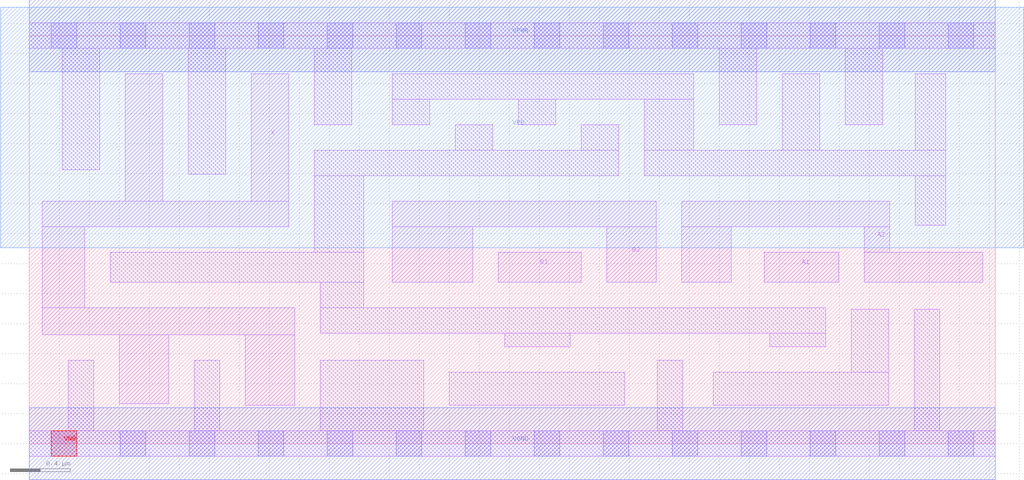
<source format=lef>
# Copyright 2020 The SkyWater PDK Authors
#
# Licensed under the Apache License, Version 2.0 (the "License");
# you may not use this file except in compliance with the License.
# You may obtain a copy of the License at
#
#     https://www.apache.org/licenses/LICENSE-2.0
#
# Unless required by applicable law or agreed to in writing, software
# distributed under the License is distributed on an "AS IS" BASIS,
# WITHOUT WARRANTIES OR CONDITIONS OF ANY KIND, either express or implied.
# See the License for the specific language governing permissions and
# limitations under the License.
#
# SPDX-License-Identifier: Apache-2.0

VERSION 5.7 ;
  NOWIREEXTENSIONATPIN ON ;
  DIVIDERCHAR "/" ;
  BUSBITCHARS "[]" ;
MACRO sky130_fd_sc_hd__a22o_4
  CLASS CORE ;
  FOREIGN sky130_fd_sc_hd__a22o_4 ;
  ORIGIN  0.000000  0.000000 ;
  SIZE  6.440000 BY  2.720000 ;
  SYMMETRY X Y R90 ;
  SITE unithd ;
  PIN A1
    ANTENNAGATEAREA  0.495000 ;
    DIRECTION INPUT ;
    USE SIGNAL ;
    PORT
      LAYER li1 ;
        RECT 4.900000 1.075000 5.395000 1.275000 ;
    END
  END A1
  PIN A2
    ANTENNAGATEAREA  0.495000 ;
    DIRECTION INPUT ;
    USE SIGNAL ;
    PORT
      LAYER li1 ;
        RECT 4.350000 1.075000 4.680000 1.445000 ;
        RECT 4.350000 1.445000 5.735000 1.615000 ;
        RECT 5.565000 1.075000 6.355000 1.275000 ;
        RECT 5.565000 1.275000 5.735000 1.445000 ;
    END
  END A2
  PIN B1
    ANTENNAGATEAREA  0.495000 ;
    DIRECTION INPUT ;
    USE SIGNAL ;
    PORT
      LAYER li1 ;
        RECT 3.125000 1.075000 3.680000 1.275000 ;
    END
  END B1
  PIN B2
    ANTENNAGATEAREA  0.495000 ;
    DIRECTION INPUT ;
    USE SIGNAL ;
    PORT
      LAYER li1 ;
        RECT 2.420000 1.075000 2.955000 1.445000 ;
        RECT 2.420000 1.445000 4.180000 1.615000 ;
        RECT 3.850000 1.075000 4.180000 1.445000 ;
    END
  END B2
  PIN X
    ANTENNADIFFAREA  0.891000 ;
    DIRECTION OUTPUT ;
    USE SIGNAL ;
    PORT
      LAYER li1 ;
        RECT 0.085000 0.725000 1.770000 0.905000 ;
        RECT 0.085000 0.905000 0.370000 1.445000 ;
        RECT 0.085000 1.445000 1.730000 1.615000 ;
        RECT 0.600000 0.265000 0.930000 0.725000 ;
        RECT 0.640000 1.615000 0.890000 2.465000 ;
        RECT 1.440000 0.255000 1.770000 0.725000 ;
        RECT 1.480000 1.615000 1.730000 2.465000 ;
    END
  END X
  PIN VGND
    DIRECTION INOUT ;
    SHAPE ABUTMENT ;
    USE GROUND ;
    PORT
      LAYER met1 ;
        RECT 0.000000 -0.240000 6.440000 0.240000 ;
    END
  END VGND
  PIN VNB
    DIRECTION INOUT ;
    USE GROUND ;
    PORT
      LAYER pwell ;
        RECT 0.145000 -0.085000 0.315000 0.085000 ;
    END
  END VNB
  PIN VPB
    DIRECTION INOUT ;
    USE POWER ;
    PORT
      LAYER nwell ;
        RECT -0.190000 1.305000 6.630000 2.910000 ;
    END
  END VPB
  PIN VPWR
    DIRECTION INOUT ;
    SHAPE ABUTMENT ;
    USE POWER ;
    PORT
      LAYER met1 ;
        RECT 0.000000 2.480000 6.440000 2.960000 ;
    END
  END VPWR
  OBS
    LAYER li1 ;
      RECT 0.000000 -0.085000 6.440000 0.085000 ;
      RECT 0.000000  2.635000 6.440000 2.805000 ;
      RECT 0.220000  1.825000 0.470000 2.635000 ;
      RECT 0.260000  0.085000 0.430000 0.555000 ;
      RECT 0.540000  1.075000 2.230000 1.275000 ;
      RECT 1.060000  1.795000 1.310000 2.635000 ;
      RECT 1.100000  0.085000 1.270000 0.555000 ;
      RECT 1.900000  1.275000 2.230000 1.785000 ;
      RECT 1.900000  1.785000 3.930000 1.955000 ;
      RECT 1.900000  2.125000 2.150000 2.635000 ;
      RECT 1.940000  0.085000 2.630000 0.555000 ;
      RECT 1.940000  0.735000 5.310000 0.905000 ;
      RECT 1.940000  0.905000 2.230000 1.075000 ;
      RECT 2.420000  2.125000 2.670000 2.295000 ;
      RECT 2.420000  2.295000 4.430000 2.465000 ;
      RECT 2.800000  0.255000 3.970000 0.475000 ;
      RECT 2.840000  1.955000 3.090000 2.125000 ;
      RECT 3.170000  0.645000 3.605000 0.735000 ;
      RECT 3.260000  2.125000 3.510000 2.295000 ;
      RECT 3.680000  1.955000 3.930000 2.125000 ;
      RECT 4.100000  1.785000 6.110000 1.955000 ;
      RECT 4.100000  1.955000 4.430000 2.295000 ;
      RECT 4.185000  0.085000 4.355000 0.555000 ;
      RECT 4.560000  0.255000 5.730000 0.475000 ;
      RECT 4.600000  2.125000 4.850000 2.635000 ;
      RECT 4.935000  0.645000 5.310000 0.735000 ;
      RECT 5.020000  1.955000 5.270000 2.465000 ;
      RECT 5.440000  2.125000 5.690000 2.635000 ;
      RECT 5.480000  0.475000 5.730000 0.895000 ;
      RECT 5.900000  0.085000 6.070000 0.895000 ;
      RECT 5.905000  1.455000 6.110000 1.785000 ;
      RECT 5.905000  1.955000 6.110000 2.465000 ;
    LAYER mcon ;
      RECT 0.145000 -0.085000 0.315000 0.085000 ;
      RECT 0.145000  2.635000 0.315000 2.805000 ;
      RECT 0.605000 -0.085000 0.775000 0.085000 ;
      RECT 0.605000  2.635000 0.775000 2.805000 ;
      RECT 1.065000 -0.085000 1.235000 0.085000 ;
      RECT 1.065000  2.635000 1.235000 2.805000 ;
      RECT 1.525000 -0.085000 1.695000 0.085000 ;
      RECT 1.525000  2.635000 1.695000 2.805000 ;
      RECT 1.985000 -0.085000 2.155000 0.085000 ;
      RECT 1.985000  2.635000 2.155000 2.805000 ;
      RECT 2.445000 -0.085000 2.615000 0.085000 ;
      RECT 2.445000  2.635000 2.615000 2.805000 ;
      RECT 2.905000 -0.085000 3.075000 0.085000 ;
      RECT 2.905000  2.635000 3.075000 2.805000 ;
      RECT 3.365000 -0.085000 3.535000 0.085000 ;
      RECT 3.365000  2.635000 3.535000 2.805000 ;
      RECT 3.825000 -0.085000 3.995000 0.085000 ;
      RECT 3.825000  2.635000 3.995000 2.805000 ;
      RECT 4.285000 -0.085000 4.455000 0.085000 ;
      RECT 4.285000  2.635000 4.455000 2.805000 ;
      RECT 4.745000 -0.085000 4.915000 0.085000 ;
      RECT 4.745000  2.635000 4.915000 2.805000 ;
      RECT 5.205000 -0.085000 5.375000 0.085000 ;
      RECT 5.205000  2.635000 5.375000 2.805000 ;
      RECT 5.665000 -0.085000 5.835000 0.085000 ;
      RECT 5.665000  2.635000 5.835000 2.805000 ;
      RECT 6.125000 -0.085000 6.295000 0.085000 ;
      RECT 6.125000  2.635000 6.295000 2.805000 ;
  END
END sky130_fd_sc_hd__a22o_4
END LIBRARY

</source>
